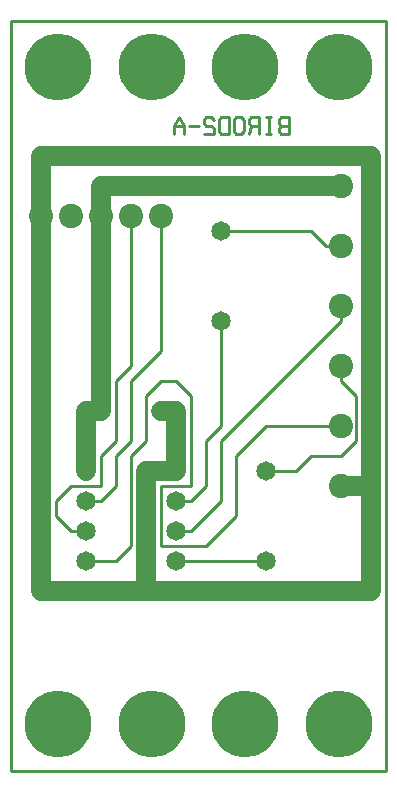
<source format=gbl>
%MOIN*%
%FSLAX25Y25*%
G04 D10 used for Character Trace; *
G04     Circle (OD=.01000) (No hole)*
G04 D11 used for Power Trace; *
G04     Circle (OD=.06700) (No hole)*
G04 D12 used for Signal Trace; *
G04     Circle (OD=.01100) (No hole)*
G04 D13 used for Via; *
G04     Circle (OD=.05800) (Round. Hole ID=.02800)*
G04 D14 used for Component hole; *
G04     Circle (OD=.06500) (Round. Hole ID=.03500)*
G04 D15 used for Component hole; *
G04     Circle (OD=.06700) (Round. Hole ID=.04300)*
G04 D16 used for Component hole; *
G04     Circle (OD=.08100) (Round. Hole ID=.05100)*
G04 D17 used for Component hole; *
G04     Circle (OD=.08900) (Round. Hole ID=.05900)*
G04 D18 used for Component hole; *
G04     Circle (OD=.11300) (Round. Hole ID=.08300)*
G04 D19 used for Component hole; *
G04     Circle (OD=.16000) (Round. Hole ID=.13000)*
G04 D20 used for Component hole; *
G04     Circle (OD=.18300) (Round. Hole ID=.15300)*
G04 D21 used for Component hole; *
G04     Circle (OD=.22291) (Round. Hole ID=.19291)*
%ADD10C,.01000*%
%ADD11C,.06700*%
%ADD12C,.01100*%
%ADD13C,.05800*%
%ADD14C,.06500*%
%ADD15C,.06700*%
%ADD16C,.08100*%
%ADD17C,.08900*%
%ADD18C,.11300*%
%ADD19C,.16000*%
%ADD20C,.18300*%
%ADD21C,.22291*%
%IPPOS*%
%LPD*%
G90*X0Y0D02*D21*X15625Y15625D03*X46875D03*D11*    
X10000Y60000D02*X45000D01*X10000D02*Y185000D01*   
D16*D03*D11*Y205000D01*X120000D01*Y95000D01*      
Y60000D01*X45000D01*Y100000D01*X55000D01*D14*D03* 
D11*Y120000D01*X50000D01*D14*D03*D12*             
X45000Y110000D02*Y125000D01*X40000Y105000D02*     
X45000Y110000D01*X40000Y75000D02*Y105000D01*      
X35000Y70000D02*X40000Y75000D01*X25000Y70000D02*  
X35000D01*D14*X25000D03*Y80000D03*D12*X20000D01*  
X15000Y85000D01*Y90000D01*X20000Y95000D01*        
X30000D01*Y105000D01*X35000Y110000D01*Y130000D01* 
X40000Y135000D01*Y185000D01*D16*D03*D11*X30000D02*
Y195000D01*D16*Y185000D03*D11*Y120000D01*D14*D03* 
D11*X25000D01*Y100000D01*D14*D03*D12*             
X30000Y90000D02*X35000Y95000D01*X25000Y90000D02*  
X30000D01*D14*X25000D03*D12*X35000Y95000D02*      
Y105000D01*X40000Y110000D01*Y130000D01*           
X50000Y140000D01*Y185000D01*D16*D03*D11*          
X30000Y195000D02*X110000D01*D16*D03*D12*          
X105000Y175000D02*X100000Y180000D01*              
X105000Y175000D02*X110000D01*D16*D03*D12*         
X70000Y180000D02*X100000D01*D14*X70000D03*        
Y150000D03*D12*Y115000D01*X65000Y110000D01*       
Y95000D01*X60000Y90000D01*X55000D01*D14*D03*D12*  
X50000Y95000D02*X60000D01*X50000Y75000D02*        
Y95000D01*Y75000D02*X65000D01*X75000Y85000D01*    
Y105000D01*X85000Y115000D01*X110000D01*D16*D03*   
D12*Y105000D02*X115000Y110000D01*                 
X100000Y105000D02*X110000D01*X95000Y100000D02*    
X100000Y105000D01*X85000Y100000D02*X95000D01*D14* 
X85000D03*D12*X70000Y90000D02*Y110000D01*         
X60000Y80000D02*X70000Y90000D01*X55000Y80000D02*  
X60000D01*D14*X55000D03*Y70000D03*D12*X85000D01*  
D14*D03*D16*X110000Y95000D03*D11*X120000D01*D12*  
X115000Y110000D02*Y125000D01*X110000Y130000D01*   
Y135000D01*D16*D03*D12*X70000Y110000D02*          
X110000Y150000D01*X60000Y95000D02*Y125000D01*     
X55000Y130000D01*X50000D01*X45000Y125000D01*D16*  
X20000Y185000D03*D12*X110000Y150000D02*Y155000D01*
D16*D03*D10*X92511Y212129D02*Y217871D01*X90000D01*
X89163Y216914D01*Y215957D01*X90000Y215000D01*     
X89163Y214043D01*Y213086D01*X90000Y212129D01*     
X92511D01*Y215000D02*X90000D01*X85837Y212129D02*  
Y217871D01*X86674Y212129D02*X85000D01*            
X86674Y217871D02*X85000D01*X82511Y212129D02*      
Y217871D01*X80000D01*X79163Y216914D01*Y215957D01* 
X80000Y215000D01*X82511D01*X80000D02*             
X79163Y212129D01*X74163Y213086D02*                
X75000Y212129D01*X76674D01*X77511Y213086D01*      
Y216914D01*X76674Y217871D01*X75000D01*            
X74163Y216914D01*Y213086D01*X72511Y212129D02*     
Y217871D01*X70000D01*X69163Y216914D01*Y213086D01* 
X70000Y212129D01*X72511D01*X67511Y216914D02*      
X66674Y217871D01*X65000D01*X64163Y216914D01*      
Y215957D01*X65000Y215000D01*X66674D01*            
X67511Y214043D01*Y212129D01*X64163D01*            
X62511Y215000D02*X59163D01*X57511Y212129D02*      
Y215000D01*X55837Y217871D01*X54163Y215000D01*     
Y212129D01*X57511Y215000D02*X54163D01*D21*        
X109375Y234375D03*X78125D03*X46875D03*X15625D03*  
D12*X125000Y0D02*Y250000D01*X0Y0D02*X125000D01*   
X0D02*Y250000D01*X125000D01*D21*X78125Y15625D03*  
X109375D03*M02*                                   

</source>
